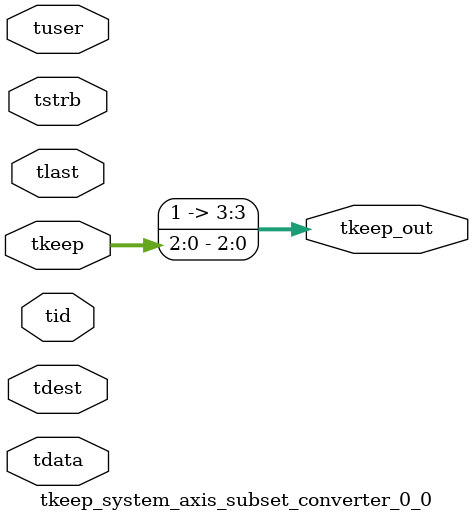
<source format=v>


`timescale 1ps/1ps

module tkeep_system_axis_subset_converter_0_0 #
(
parameter C_S_AXIS_TDATA_WIDTH = 32,
parameter C_S_AXIS_TUSER_WIDTH = 0,
parameter C_S_AXIS_TID_WIDTH   = 0,
parameter C_S_AXIS_TDEST_WIDTH = 0,
parameter C_M_AXIS_TDATA_WIDTH = 32
)
(
input  [(C_S_AXIS_TDATA_WIDTH == 0 ? 1 : C_S_AXIS_TDATA_WIDTH)-1:0     ] tdata,
input  [(C_S_AXIS_TUSER_WIDTH == 0 ? 1 : C_S_AXIS_TUSER_WIDTH)-1:0     ] tuser,
input  [(C_S_AXIS_TID_WIDTH   == 0 ? 1 : C_S_AXIS_TID_WIDTH)-1:0       ] tid,
input  [(C_S_AXIS_TDEST_WIDTH == 0 ? 1 : C_S_AXIS_TDEST_WIDTH)-1:0     ] tdest,
input  [(C_S_AXIS_TDATA_WIDTH/8)-1:0 ] tkeep,
input  [(C_S_AXIS_TDATA_WIDTH/8)-1:0 ] tstrb,
input                                                                    tlast,
output [(C_M_AXIS_TDATA_WIDTH/8)-1:0 ] tkeep_out
);

assign tkeep_out = {1'b1,tkeep[2:0]};

endmodule


</source>
